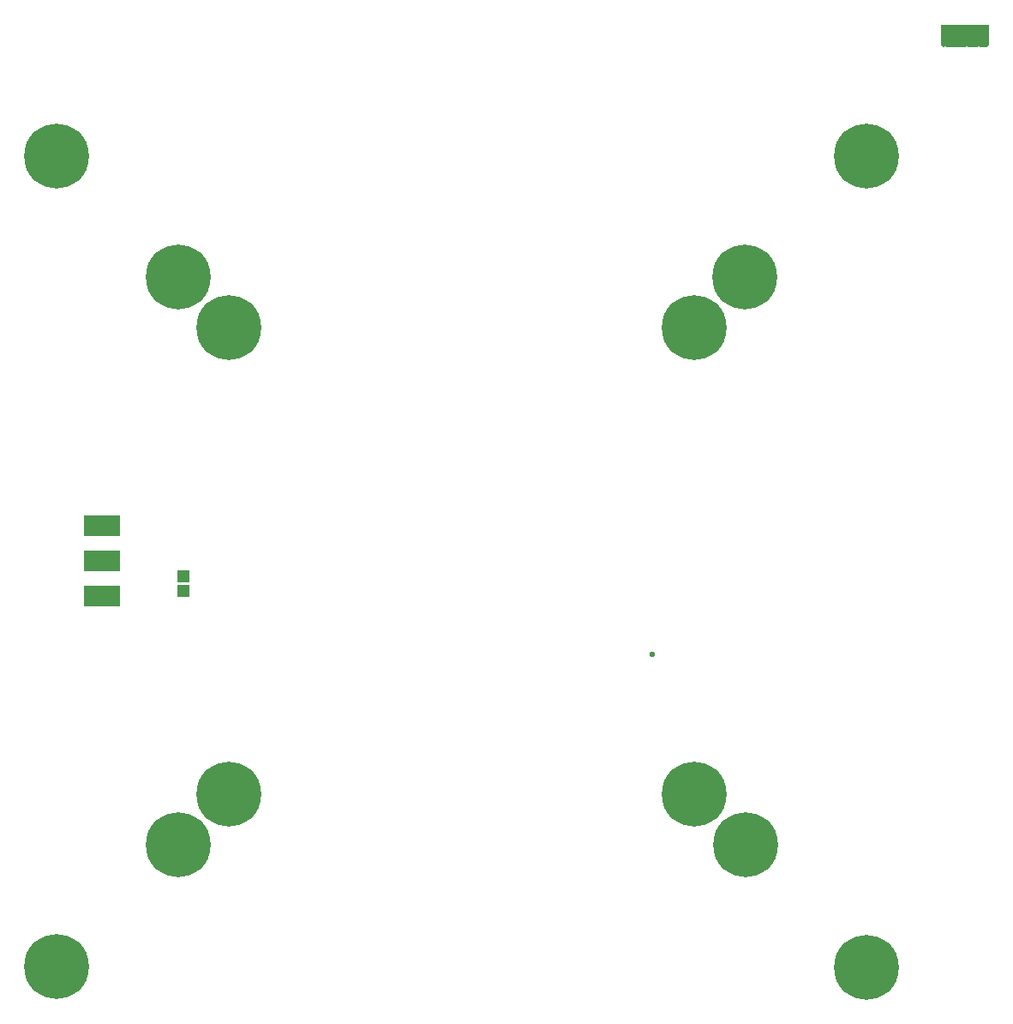
<source format=gbr>
%FSLAX23Y23*%
%MOIN*%
%SFA1B1*%

%IPPOS*%
%ADD62R,0.143700X0.080710*%
%ADD64R,0.047240X0.047240*%
%ADD69C,0.251970*%
%ADD70C,0.021650*%
%LNmirror_pcb1_soldermask_bot-1*%
%LPD*%
G36*
X3819Y3856D02*
X3819Y3856D01*
X3820Y3856*
X3820Y3855*
X3821Y3855*
X3821Y3855*
X3822Y3854*
X3822Y3854*
X3822Y3853*
X3822Y3853*
X3822Y3852*
X3822Y3852*
Y3777*
X3822Y3777*
X3822Y3776*
X3822Y3776*
X3822Y3775*
X3822Y3775*
X3821Y3774*
X3817Y3770*
X3817Y3770*
X3816Y3770*
X3816Y3769*
X3815Y3769*
X3815Y3769*
X3814Y3769*
X3811*
X3810Y3769*
X3810Y3769*
X3809Y3769*
X3809Y3770*
X3808Y3770*
X3808Y3770*
X3806Y3772*
X3806Y3772*
X3806Y3771*
X3806Y3771*
X3805Y3770*
X3805Y3770*
X3805Y3770*
X3804Y3769*
X3804Y3769*
X3803Y3769*
X3803Y3769*
X3799*
X3798Y3769*
X3798Y3769*
X3797Y3769*
X3797Y3770*
X3796Y3770*
X3796Y3770*
X3796Y3771*
X3795Y3771*
X3795Y3772*
X3795Y3772*
X3794Y3770*
X3793Y3770*
X3793Y3770*
X3792Y3769*
X3792Y3769*
X3791Y3769*
X3791Y3769*
X3787*
X3786Y3769*
X3786Y3769*
X3785Y3769*
X3785Y3770*
X3785Y3770*
X3784Y3770*
X3783Y3772*
X3783Y3772*
X3782Y3771*
X3782Y3771*
X3782Y3770*
X3781Y3770*
X3781Y3770*
X3781Y3769*
X3780Y3769*
X3780Y3769*
X3779Y3769*
X3775*
X3775Y3769*
X3774Y3769*
X3774Y3769*
X3773Y3770*
X3773Y3770*
X3772Y3770*
X3772Y3771*
X3772Y3771*
X3771Y3772*
X3771Y3772*
X3770Y3770*
X3770Y3770*
X3769Y3770*
X3769Y3769*
X3768Y3769*
X3768Y3769*
X3767Y3769*
X3763*
X3763Y3769*
X3762Y3769*
X3762Y3769*
X3761Y3770*
X3761Y3770*
X3760Y3770*
X3759Y3772*
X3759Y3772*
X3759Y3771*
X3759Y3771*
X3758Y3770*
X3758Y3770*
X3757Y3770*
X3757Y3769*
X3756Y3769*
X3756Y3769*
X3755Y3769*
X3751*
X3751Y3769*
X3750Y3769*
X3750Y3769*
X3750Y3770*
X3749Y3770*
X3749Y3770*
X3748Y3771*
X3748Y3771*
X3748Y3772*
X3748Y3772*
X3746Y3770*
X3746Y3770*
X3746Y3770*
X3745Y3769*
X3745Y3769*
X3744Y3769*
X3744Y3769*
X3740*
X3739Y3769*
X3739Y3769*
X3738Y3769*
X3738Y3770*
X3737Y3770*
X3737Y3770*
X3735Y3772*
X3735Y3772*
X3735Y3771*
X3735Y3771*
X3735Y3770*
X3734Y3770*
X3734Y3770*
X3733Y3769*
X3733Y3769*
X3732Y3769*
X3732Y3769*
X3728*
X3727Y3769*
X3727Y3769*
X3726Y3769*
X3726Y3770*
X3725Y3770*
X3725Y3770*
X3725Y3771*
X3724Y3771*
X3724Y3772*
X3724Y3772*
X3723Y3770*
X3722Y3770*
X3722Y3770*
X3721Y3769*
X3721Y3769*
X3720Y3769*
X3720Y3769*
X3716*
X3716Y3769*
X3715Y3769*
X3715Y3769*
X3714Y3770*
X3714Y3770*
X3713Y3770*
X3712Y3772*
X3712Y3772*
X3712Y3771*
X3711Y3771*
X3711Y3770*
X3711Y3770*
X3710Y3770*
X3710Y3769*
X3709Y3769*
X3709Y3769*
X3708Y3769*
X3704*
X3704Y3769*
X3703Y3769*
X3703Y3769*
X3702Y3770*
X3702Y3770*
X3701Y3770*
X3701Y3771*
X3701Y3771*
X3701Y3772*
X3701Y3772*
X3699Y3770*
X3699Y3770*
X3698Y3770*
X3698Y3769*
X3697Y3769*
X3697Y3769*
X3696Y3769*
X3692*
X3692Y3769*
X3691Y3769*
X3691Y3769*
X3690Y3770*
X3690Y3770*
X3690Y3770*
X3688Y3772*
X3688Y3772*
X3688Y3771*
X3688Y3771*
X3687Y3770*
X3687Y3770*
X3687Y3770*
X3686Y3769*
X3686Y3769*
X3685Y3769*
X3685Y3769*
X3681*
X3680Y3769*
X3680Y3769*
X3679Y3769*
X3679Y3770*
X3678Y3770*
X3678Y3770*
X3677Y3771*
X3677Y3771*
X3677Y3772*
X3677Y3772*
X3676Y3770*
X3675Y3770*
X3675Y3770*
X3674Y3769*
X3674Y3769*
X3673Y3769*
X3673Y3769*
X3669*
X3668Y3769*
X3668Y3769*
X3667Y3769*
X3667Y3770*
X3666Y3770*
X3666Y3770*
X3665Y3772*
X3665Y3772*
X3664Y3771*
X3664Y3771*
X3664Y3770*
X3663Y3770*
X3663Y3770*
X3662Y3769*
X3662Y3769*
X3661Y3769*
X3661Y3769*
X3657*
X3656Y3769*
X3656Y3769*
X3655Y3769*
X3655Y3770*
X3655Y3770*
X3654Y3770*
X3654Y3771*
X3654Y3771*
X3653Y3772*
X3653Y3772*
X3652Y3770*
X3652Y3770*
X3651Y3770*
X3651Y3769*
X3650Y3769*
X3650Y3769*
X3649Y3769*
X3645*
X3645Y3769*
X3644Y3769*
X3644Y3769*
X3643Y3770*
X3643Y3770*
X3642Y3770*
X3638Y3774*
X3638Y3775*
X3638Y3775*
X3638Y3776*
X3637Y3776*
X3637Y3777*
X3637Y3777*
Y3852*
X3637Y3852*
X3637Y3853*
X3638Y3853*
X3638Y3854*
X3638Y3854*
X3638Y3855*
X3639Y3855*
X3639Y3855*
X3640Y3856*
X3640Y3856*
X3641Y3856*
X3641Y3856*
X3653*
X3654Y3856*
X3654Y3856*
X3655Y3856*
X3655Y3855*
X3655Y3856*
X3656Y3856*
X3656Y3856*
X3657Y3856*
X3661*
X3661Y3856*
X3662Y3856*
X3662Y3856*
X3663Y3855*
X3663Y3856*
X3664Y3856*
X3664Y3856*
X3665Y3856*
X3677*
X3677Y3856*
X3678Y3856*
X3678Y3856*
X3679Y3855*
X3679Y3856*
X3680Y3856*
X3680Y3856*
X3681Y3856*
X3685*
X3685Y3856*
X3686Y3856*
X3686Y3856*
X3687Y3855*
X3687Y3856*
X3687Y3856*
X3688Y3856*
X3688Y3856*
X3700*
X3701Y3856*
X3701Y3856*
X3702Y3856*
X3702Y3855*
X3703Y3856*
X3703Y3856*
X3704Y3856*
X3704Y3856*
X3708*
X3709Y3856*
X3709Y3856*
X3710Y3856*
X3710Y3855*
X3711Y3856*
X3711Y3856*
X3712Y3856*
X3712Y3856*
X3724*
X3724Y3856*
X3725Y3856*
X3725Y3856*
X3726Y3855*
X3726Y3856*
X3727Y3856*
X3727Y3856*
X3728Y3856*
X3732*
X3732Y3856*
X3733Y3856*
X3733Y3856*
X3734Y3855*
X3734Y3856*
X3735Y3856*
X3735Y3856*
X3736Y3856*
X3748*
X3748Y3856*
X3749Y3856*
X3749Y3856*
X3750Y3855*
X3750Y3856*
X3750Y3856*
X3751Y3856*
X3751Y3856*
X3755*
X3756Y3856*
X3756Y3856*
X3757Y3856*
X3757Y3855*
X3758Y3856*
X3758Y3856*
X3759Y3856*
X3759Y3856*
X3771*
X3772Y3856*
X3772Y3856*
X3773Y3856*
X3773Y3855*
X3774Y3856*
X3774Y3856*
X3775Y3856*
X3775Y3856*
X3779*
X3780Y3856*
X3780Y3856*
X3781Y3856*
X3781Y3855*
X3781Y3856*
X3782Y3856*
X3782Y3856*
X3783Y3856*
X3795*
X3795Y3856*
X3796Y3856*
X3796Y3856*
X3797Y3855*
X3797Y3856*
X3798Y3856*
X3798Y3856*
X3799Y3856*
X3803*
X3803Y3856*
X3804Y3856*
X3804Y3856*
X3805Y3855*
X3805Y3856*
X3806Y3856*
X3806Y3856*
X3807Y3856*
X3818*
X3819Y3856*
G37*
G54D62*
X374Y1909D03*
Y1633D03*
Y1771D03*
G54D64*
X688Y1712D03*
Y1653D03*
G54D69*
X3346Y3346D03*
X196D03*
X3346Y192D03*
X196Y196D03*
X669Y2874D03*
X2874D03*
X2875Y669D03*
X669Y669D03*
X2677Y2677D03*
X866D03*
X2677Y866D03*
X866D03*
G54D70*
X2512Y1408D03*
M02*
</source>
